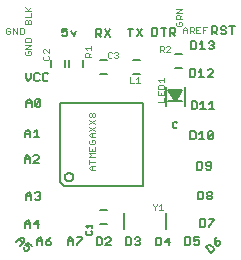
<source format=gto>
G75*
G70*
%OFA0B0*%
%FSLAX24Y24*%
%IPPOS*%
%LPD*%
%AMOC8*
5,1,8,0,0,1.08239X$1,22.5*
%
%ADD10C,0.0040*%
%ADD11C,0.0060*%
%ADD12C,0.0050*%
%ADD13C,0.0080*%
D10*
X003228Y004068D02*
X003162Y004134D01*
X003228Y004201D01*
X003362Y004201D01*
X003262Y004201D02*
X003262Y004068D01*
X003228Y004068D02*
X003362Y004068D01*
X003162Y004289D02*
X003162Y004422D01*
X003162Y004355D02*
X003362Y004355D01*
X003362Y004510D02*
X003162Y004510D01*
X003228Y004576D01*
X003162Y004643D01*
X003362Y004643D01*
X003362Y004731D02*
X003362Y004864D01*
X003328Y004951D02*
X003362Y004985D01*
X003362Y005052D01*
X003328Y005085D01*
X003262Y005085D01*
X003262Y005018D01*
X003195Y004951D02*
X003328Y004951D01*
X003262Y004797D02*
X003262Y004731D01*
X003162Y004731D02*
X003362Y004731D01*
X003162Y004731D02*
X003162Y004864D01*
X003195Y004951D02*
X003162Y004985D01*
X003162Y005052D01*
X003195Y005085D01*
X003228Y005172D02*
X003162Y005239D01*
X003228Y005306D01*
X003362Y005306D01*
X003362Y005393D02*
X003162Y005527D01*
X003162Y005614D02*
X003362Y005748D01*
X003328Y005835D02*
X003295Y005835D01*
X003262Y005869D01*
X003262Y005936D01*
X003295Y005969D01*
X003328Y005969D01*
X003362Y005936D01*
X003362Y005869D01*
X003328Y005835D01*
X003262Y005869D02*
X003228Y005835D01*
X003195Y005835D01*
X003162Y005869D01*
X003162Y005936D01*
X003195Y005969D01*
X003228Y005969D01*
X003262Y005936D01*
X003162Y005748D02*
X003362Y005614D01*
X003362Y005527D02*
X003162Y005393D01*
X003262Y005306D02*
X003262Y005172D01*
X003228Y005172D02*
X003362Y005172D01*
X004510Y006989D02*
X004644Y006989D01*
X004731Y006989D02*
X004865Y006989D01*
X004798Y006989D02*
X004798Y007189D01*
X004731Y007122D01*
X004510Y007189D02*
X004510Y006989D01*
X004095Y007820D02*
X004028Y007820D01*
X003994Y007853D01*
X003907Y007853D02*
X003874Y007820D01*
X003807Y007820D01*
X003774Y007853D01*
X003774Y007987D01*
X003807Y008020D01*
X003874Y008020D01*
X003907Y007987D01*
X003994Y007987D02*
X004028Y008020D01*
X004095Y008020D01*
X004128Y007987D01*
X004128Y007953D01*
X004095Y007920D01*
X004128Y007887D01*
X004128Y007853D01*
X004095Y007820D01*
X004095Y007920D02*
X004061Y007920D01*
X003227Y007854D02*
X003027Y007854D01*
X003027Y007955D01*
X003060Y007988D01*
X003127Y007988D01*
X003160Y007955D01*
X003160Y007854D01*
X003160Y007921D02*
X003227Y007988D01*
X003227Y008075D02*
X003227Y008209D01*
X003227Y008142D02*
X003027Y008142D01*
X003093Y008075D01*
X001830Y008106D02*
X001830Y007973D01*
X001696Y008106D01*
X001663Y008106D01*
X001630Y008073D01*
X001630Y008006D01*
X001663Y007973D01*
X001663Y007885D02*
X001630Y007852D01*
X001630Y007785D01*
X001663Y007752D01*
X001796Y007752D01*
X001830Y007785D01*
X001830Y007852D01*
X001796Y007885D01*
X001222Y007940D02*
X001222Y008007D01*
X001188Y008040D01*
X001122Y008040D01*
X001122Y007973D01*
X001055Y007906D02*
X001188Y007906D01*
X001222Y007940D01*
X001055Y007906D02*
X001022Y007940D01*
X001022Y008007D01*
X001055Y008040D01*
X001022Y008127D02*
X001222Y008261D01*
X001022Y008261D01*
X001022Y008348D02*
X001022Y008449D01*
X001055Y008482D01*
X001188Y008482D01*
X001222Y008449D01*
X001222Y008348D01*
X001022Y008348D01*
X001022Y008127D02*
X001222Y008127D01*
X000944Y008616D02*
X000977Y008650D01*
X000977Y008783D01*
X000944Y008817D01*
X000844Y008817D01*
X000844Y008616D01*
X000944Y008616D01*
X000756Y008616D02*
X000756Y008817D01*
X000623Y008817D02*
X000756Y008616D01*
X000623Y008616D02*
X000623Y008817D01*
X000535Y008783D02*
X000502Y008817D01*
X000435Y008817D01*
X000402Y008783D01*
X000402Y008650D01*
X000435Y008616D01*
X000502Y008616D01*
X000535Y008650D01*
X000535Y008717D01*
X000469Y008717D01*
X001012Y008946D02*
X001012Y009047D01*
X001045Y009080D01*
X001078Y009080D01*
X001112Y009047D01*
X001112Y008946D01*
X001212Y008946D02*
X001212Y009047D01*
X001178Y009080D01*
X001145Y009080D01*
X001112Y009047D01*
X001212Y008946D02*
X001012Y008946D01*
X001012Y009167D02*
X001212Y009167D01*
X001212Y009301D01*
X001212Y009388D02*
X001012Y009388D01*
X001145Y009388D02*
X001012Y009522D01*
X001112Y009422D02*
X001212Y009522D01*
X005452Y007082D02*
X005652Y007082D01*
X005652Y007015D02*
X005652Y007149D01*
X005518Y007015D02*
X005452Y007082D01*
X005485Y006928D02*
X005452Y006895D01*
X005452Y006794D01*
X005652Y006794D01*
X005652Y006895D01*
X005618Y006928D01*
X005485Y006928D01*
X005452Y006707D02*
X005452Y006574D01*
X005652Y006574D01*
X005652Y006707D01*
X005552Y006640D02*
X005552Y006574D01*
X005652Y006486D02*
X005652Y006353D01*
X005452Y006353D01*
X005519Y008004D02*
X005519Y008204D01*
X005619Y008204D01*
X005652Y008171D01*
X005652Y008104D01*
X005619Y008071D01*
X005519Y008071D01*
X005586Y008071D02*
X005652Y008004D01*
X005740Y008004D02*
X005873Y008138D01*
X005873Y008171D01*
X005840Y008204D01*
X005773Y008204D01*
X005740Y008171D01*
X005740Y008004D02*
X005873Y008004D01*
X006294Y008640D02*
X006294Y008773D01*
X006360Y008840D01*
X006427Y008773D01*
X006427Y008640D01*
X006515Y008640D02*
X006515Y008840D01*
X006615Y008840D01*
X006648Y008807D01*
X006648Y008740D01*
X006615Y008707D01*
X006515Y008707D01*
X006581Y008707D02*
X006648Y008640D01*
X006736Y008640D02*
X006869Y008640D01*
X006957Y008640D02*
X006957Y008840D01*
X007090Y008840D01*
X007023Y008740D02*
X006957Y008740D01*
X006869Y008840D02*
X006736Y008840D01*
X006736Y008640D01*
X006736Y008740D02*
X006802Y008740D01*
X006427Y008740D02*
X006294Y008740D01*
X006218Y008884D02*
X006252Y008917D01*
X006252Y008984D01*
X006218Y009017D01*
X006152Y009017D01*
X006152Y008950D01*
X006218Y008884D02*
X006085Y008884D01*
X006052Y008917D01*
X006052Y008984D01*
X006085Y009017D01*
X006052Y009104D02*
X006052Y009205D01*
X006085Y009238D01*
X006152Y009238D01*
X006185Y009205D01*
X006185Y009104D01*
X006252Y009104D02*
X006052Y009104D01*
X006185Y009171D02*
X006252Y009238D01*
X006252Y009325D02*
X006052Y009325D01*
X006252Y009459D01*
X006052Y009459D01*
X005563Y002958D02*
X005563Y002758D01*
X005496Y002758D02*
X005630Y002758D01*
X005496Y002892D02*
X005563Y002958D01*
X005409Y002958D02*
X005409Y002925D01*
X005342Y002858D01*
X005342Y002758D01*
X005342Y002858D02*
X005275Y002925D01*
X005275Y002958D01*
D11*
X001039Y001384D02*
X000977Y001446D01*
X000977Y001507D01*
X001039Y001568D02*
X001131Y001538D01*
X001161Y001507D01*
X001161Y001446D01*
X001100Y001384D01*
X001039Y001384D01*
X001039Y001568D02*
X001131Y001660D01*
X001253Y001538D01*
X001425Y001577D02*
X001425Y001751D01*
X001512Y001837D01*
X001599Y001751D01*
X001599Y001577D01*
X001599Y001707D02*
X001425Y001707D01*
X001720Y001707D02*
X001720Y001620D01*
X001763Y001577D01*
X001850Y001577D01*
X001893Y001620D01*
X001893Y001664D01*
X001850Y001707D01*
X001720Y001707D01*
X001807Y001794D01*
X001893Y001837D01*
X001450Y002145D02*
X001450Y002406D01*
X001320Y002276D01*
X001493Y002276D01*
X001199Y002276D02*
X001025Y002276D01*
X001025Y002319D02*
X001112Y002406D01*
X001199Y002319D01*
X001199Y002145D01*
X001025Y002145D02*
X001025Y002319D01*
X000984Y001807D02*
X000861Y001807D01*
X000739Y001685D01*
X000831Y001777D02*
X000953Y001654D01*
X000984Y001685D02*
X000861Y001562D01*
X000984Y001685D02*
X000984Y001807D01*
X001063Y003084D02*
X001063Y003257D01*
X001150Y003344D01*
X001237Y003257D01*
X001237Y003084D01*
X001237Y003214D02*
X001063Y003214D01*
X001358Y003301D02*
X001401Y003344D01*
X001488Y003344D01*
X001531Y003301D01*
X001531Y003257D01*
X001488Y003214D01*
X001531Y003170D01*
X001531Y003127D01*
X001488Y003084D01*
X001401Y003084D01*
X001358Y003127D01*
X001445Y003214D02*
X001488Y003214D01*
X002192Y003686D02*
X002332Y003547D01*
X004952Y003547D01*
X004952Y006306D01*
X002192Y006306D01*
X002192Y003686D01*
X002351Y003846D02*
X002353Y003869D01*
X002359Y003892D01*
X002368Y003913D01*
X002381Y003933D01*
X002397Y003950D01*
X002415Y003964D01*
X002435Y003975D01*
X002457Y003983D01*
X002480Y003987D01*
X002504Y003987D01*
X002527Y003983D01*
X002549Y003975D01*
X002569Y003964D01*
X002587Y003950D01*
X002603Y003933D01*
X002616Y003913D01*
X002625Y003892D01*
X002631Y003869D01*
X002633Y003846D01*
X002631Y003823D01*
X002625Y003800D01*
X002616Y003779D01*
X002603Y003759D01*
X002587Y003742D01*
X002569Y003728D01*
X002549Y003717D01*
X002527Y003709D01*
X002504Y003705D01*
X002480Y003705D01*
X002457Y003709D01*
X002435Y003717D01*
X002415Y003728D01*
X002397Y003742D01*
X002381Y003759D01*
X002368Y003779D01*
X002359Y003800D01*
X002353Y003823D01*
X002351Y003846D01*
X001476Y004322D02*
X001303Y004322D01*
X001476Y004495D01*
X001476Y004538D01*
X001433Y004582D01*
X001346Y004582D01*
X001303Y004538D01*
X001182Y004495D02*
X001182Y004322D01*
X001182Y004452D02*
X001008Y004452D01*
X001008Y004495D02*
X001095Y004582D01*
X001182Y004495D01*
X001008Y004495D02*
X001008Y004322D01*
X001032Y005166D02*
X001032Y005340D01*
X001119Y005427D01*
X001205Y005340D01*
X001205Y005166D01*
X001326Y005166D02*
X001500Y005166D01*
X001413Y005166D02*
X001413Y005427D01*
X001326Y005340D01*
X001205Y005297D02*
X001032Y005297D01*
X001072Y006186D02*
X001072Y006360D01*
X001159Y006447D01*
X001245Y006360D01*
X001245Y006186D01*
X001245Y006317D02*
X001072Y006317D01*
X001366Y006230D02*
X001366Y006403D01*
X001410Y006447D01*
X001497Y006447D01*
X001540Y006403D01*
X001366Y006230D01*
X001410Y006186D01*
X001497Y006186D01*
X001540Y006230D01*
X001540Y006403D01*
X001465Y007053D02*
X001379Y007053D01*
X001335Y007096D01*
X001335Y007269D01*
X001379Y007313D01*
X001465Y007313D01*
X001509Y007269D01*
X001630Y007269D02*
X001630Y007096D01*
X001673Y007053D01*
X001760Y007053D01*
X001803Y007096D01*
X001803Y007269D02*
X001760Y007313D01*
X001673Y007313D01*
X001630Y007269D01*
X001509Y007096D02*
X001465Y007053D01*
X001214Y007139D02*
X001214Y007313D01*
X001214Y007139D02*
X001127Y007053D01*
X001041Y007139D01*
X001041Y007313D01*
X001896Y007508D02*
X001896Y007745D01*
X002368Y007745D02*
X002368Y007508D01*
X002496Y007508D02*
X002496Y007745D01*
X002968Y007745D02*
X002968Y007508D01*
X003514Y007290D02*
X003750Y007290D01*
X003750Y007763D02*
X003514Y007763D01*
X003555Y008526D02*
X003469Y008613D01*
X003512Y008613D02*
X003382Y008613D01*
X003382Y008526D02*
X003382Y008787D01*
X003512Y008787D01*
X003555Y008743D01*
X003555Y008657D01*
X003512Y008613D01*
X003676Y008526D02*
X003850Y008787D01*
X003676Y008787D02*
X003850Y008526D01*
X004452Y008797D02*
X004625Y008797D01*
X004539Y008797D02*
X004539Y008536D01*
X004746Y008536D02*
X004920Y008797D01*
X004746Y008797D02*
X004920Y008536D01*
X005262Y008556D02*
X005392Y008556D01*
X005435Y008600D01*
X005435Y008773D01*
X005392Y008817D01*
X005262Y008817D01*
X005262Y008556D01*
X005556Y008817D02*
X005730Y008817D01*
X005643Y008817D02*
X005643Y008556D01*
X005851Y008556D02*
X005851Y008817D01*
X005981Y008817D01*
X006025Y008773D01*
X006025Y008687D01*
X005981Y008643D01*
X005851Y008643D01*
X005938Y008643D02*
X006025Y008556D01*
X006014Y007963D02*
X006250Y007963D01*
X006552Y008106D02*
X006552Y008367D01*
X006682Y008367D01*
X006725Y008323D01*
X006725Y008150D01*
X006682Y008106D01*
X006552Y008106D01*
X006846Y008106D02*
X007020Y008106D01*
X006933Y008106D02*
X006933Y008367D01*
X006846Y008280D01*
X007141Y008323D02*
X007184Y008367D01*
X007271Y008367D01*
X007315Y008323D01*
X007315Y008280D01*
X007271Y008237D01*
X007315Y008193D01*
X007315Y008150D01*
X007271Y008106D01*
X007184Y008106D01*
X007141Y008150D01*
X007228Y008237D02*
X007271Y008237D01*
X007237Y007451D02*
X007151Y007451D01*
X007107Y007408D01*
X007237Y007451D02*
X007281Y007408D01*
X007281Y007364D01*
X007107Y007191D01*
X007281Y007191D01*
X006986Y007191D02*
X006813Y007191D01*
X006899Y007191D02*
X006899Y007451D01*
X006813Y007364D01*
X006691Y007408D02*
X006691Y007234D01*
X006648Y007191D01*
X006518Y007191D01*
X006518Y007451D01*
X006648Y007451D01*
X006691Y007408D01*
X006347Y006841D02*
X006347Y006211D01*
X006268Y006369D02*
X005796Y006369D01*
X005915Y006564D02*
X006149Y006564D01*
X006184Y006622D02*
X005880Y006622D01*
X005845Y006681D02*
X006219Y006681D01*
X006254Y006739D02*
X005810Y006739D01*
X005796Y006763D02*
X006032Y006369D01*
X006268Y006763D01*
X005796Y006763D01*
X005717Y006841D02*
X005717Y006211D01*
X005985Y006447D02*
X006078Y006447D01*
X006114Y006505D02*
X005950Y006505D01*
X006020Y006388D02*
X006043Y006388D01*
X006575Y006375D02*
X006575Y006115D01*
X006706Y006115D01*
X006749Y006159D01*
X006749Y006332D01*
X006706Y006375D01*
X006575Y006375D01*
X006870Y006289D02*
X006957Y006375D01*
X006957Y006115D01*
X006870Y006115D02*
X007044Y006115D01*
X007165Y006115D02*
X007338Y006115D01*
X007251Y006115D02*
X007251Y006375D01*
X007165Y006289D01*
X007169Y005372D02*
X007256Y005372D01*
X007299Y005328D01*
X007126Y005155D01*
X007169Y005111D01*
X007256Y005111D01*
X007299Y005155D01*
X007299Y005328D01*
X007169Y005372D02*
X007126Y005328D01*
X007126Y005155D01*
X007005Y005111D02*
X006831Y005111D01*
X006918Y005111D02*
X006918Y005372D01*
X006831Y005285D01*
X006710Y005328D02*
X006710Y005155D01*
X006667Y005111D01*
X006537Y005111D01*
X006537Y005372D01*
X006667Y005372D01*
X006710Y005328D01*
X006763Y004351D02*
X006893Y004351D01*
X006936Y004308D01*
X006936Y004134D01*
X006893Y004091D01*
X006763Y004091D01*
X006763Y004351D01*
X007058Y004308D02*
X007058Y004264D01*
X007101Y004221D01*
X007231Y004221D01*
X007231Y004134D02*
X007231Y004308D01*
X007188Y004351D01*
X007101Y004351D01*
X007058Y004308D01*
X007058Y004134D02*
X007101Y004091D01*
X007188Y004091D01*
X007231Y004134D01*
X007213Y003360D02*
X007126Y003360D01*
X007083Y003316D01*
X007083Y003273D01*
X007126Y003230D01*
X007213Y003230D01*
X007256Y003186D01*
X007256Y003143D01*
X007213Y003100D01*
X007126Y003100D01*
X007083Y003143D01*
X007083Y003186D01*
X007126Y003230D01*
X007213Y003230D02*
X007256Y003273D01*
X007256Y003316D01*
X007213Y003360D01*
X006962Y003316D02*
X006962Y003143D01*
X006918Y003100D01*
X006788Y003100D01*
X006788Y003360D01*
X006918Y003360D01*
X006962Y003316D01*
X006992Y002447D02*
X006862Y002447D01*
X006862Y002186D01*
X006992Y002186D01*
X007035Y002230D01*
X007035Y002403D01*
X006992Y002447D01*
X007156Y002447D02*
X007330Y002447D01*
X007330Y002403D01*
X007156Y002230D01*
X007156Y002186D01*
X007379Y001834D02*
X007348Y001742D01*
X007348Y001619D01*
X007440Y001711D01*
X007501Y001711D01*
X007532Y001680D01*
X007532Y001619D01*
X007471Y001558D01*
X007409Y001558D01*
X007348Y001619D01*
X007324Y001472D02*
X007201Y001595D01*
X007140Y001595D01*
X007048Y001503D01*
X007232Y001319D01*
X007324Y001411D01*
X007324Y001472D01*
X006830Y001630D02*
X006787Y001586D01*
X006700Y001586D01*
X006656Y001630D01*
X006656Y001717D02*
X006743Y001760D01*
X006787Y001760D01*
X006830Y001717D01*
X006830Y001630D01*
X006656Y001717D02*
X006656Y001847D01*
X006830Y001847D01*
X006535Y001803D02*
X006535Y001630D01*
X006492Y001586D01*
X006362Y001586D01*
X006362Y001847D01*
X006492Y001847D01*
X006535Y001803D01*
X005850Y001697D02*
X005676Y001697D01*
X005807Y001827D01*
X005807Y001566D01*
X005555Y001610D02*
X005555Y001783D01*
X005512Y001827D01*
X005382Y001827D01*
X005382Y001566D01*
X005512Y001566D01*
X005555Y001610D01*
X004860Y001620D02*
X004817Y001576D01*
X004730Y001576D01*
X004686Y001620D01*
X004565Y001620D02*
X004565Y001793D01*
X004522Y001837D01*
X004392Y001837D01*
X004392Y001576D01*
X004522Y001576D01*
X004565Y001620D01*
X004686Y001793D02*
X004730Y001837D01*
X004817Y001837D01*
X004860Y001793D01*
X004860Y001750D01*
X004817Y001707D01*
X004860Y001663D01*
X004860Y001620D01*
X004817Y001707D02*
X004773Y001707D01*
X003878Y001753D02*
X003878Y001797D01*
X003834Y001840D01*
X003748Y001840D01*
X003704Y001797D01*
X003583Y001797D02*
X003540Y001840D01*
X003410Y001840D01*
X003410Y001580D01*
X003540Y001580D01*
X003583Y001623D01*
X003583Y001797D01*
X003704Y001580D02*
X003878Y001753D01*
X003878Y001580D02*
X003704Y001580D01*
X003750Y002290D02*
X003514Y002290D01*
X003514Y002763D02*
X003750Y002763D01*
X002914Y001841D02*
X002914Y001798D01*
X002741Y001624D01*
X002741Y001581D01*
X002620Y001581D02*
X002620Y001754D01*
X002533Y001841D01*
X002446Y001754D01*
X002446Y001581D01*
X002446Y001711D02*
X002620Y001711D01*
X002741Y001841D02*
X002914Y001841D01*
X004614Y007290D02*
X004850Y007290D01*
X004850Y007763D02*
X004614Y007763D01*
X006014Y007490D02*
X006250Y007490D01*
X002730Y008710D02*
X002643Y008536D01*
X002556Y008710D01*
X002435Y008667D02*
X002435Y008580D01*
X002392Y008536D01*
X002305Y008536D01*
X002262Y008580D01*
X002262Y008667D02*
X002349Y008710D01*
X002392Y008710D01*
X002435Y008667D01*
X002435Y008797D02*
X002262Y008797D01*
X002262Y008667D01*
D12*
X005967Y005650D02*
X005967Y005523D01*
X005999Y005491D01*
X006062Y005491D01*
X006094Y005523D01*
X006094Y005650D02*
X006062Y005682D01*
X005999Y005682D01*
X005967Y005650D01*
X007247Y008601D02*
X007247Y008872D01*
X007382Y008872D01*
X007427Y008827D01*
X007427Y008737D01*
X007382Y008691D01*
X007247Y008691D01*
X007337Y008691D02*
X007427Y008601D01*
X007541Y008646D02*
X007586Y008601D01*
X007677Y008601D01*
X007722Y008646D01*
X007722Y008691D01*
X007677Y008737D01*
X007586Y008737D01*
X007541Y008782D01*
X007541Y008827D01*
X007586Y008872D01*
X007677Y008872D01*
X007722Y008827D01*
X007836Y008872D02*
X008016Y008872D01*
X007926Y008872D02*
X007926Y008601D01*
X003245Y002264D02*
X003245Y002137D01*
X003245Y002201D02*
X003054Y002201D01*
X003118Y002137D01*
X003086Y002043D02*
X003054Y002011D01*
X003054Y001948D01*
X003086Y001916D01*
X003213Y001916D01*
X003245Y001948D01*
X003245Y002011D01*
X003213Y002043D01*
D13*
X004323Y002131D02*
X004323Y002642D01*
X005740Y002642D02*
X005740Y002131D01*
M02*

</source>
